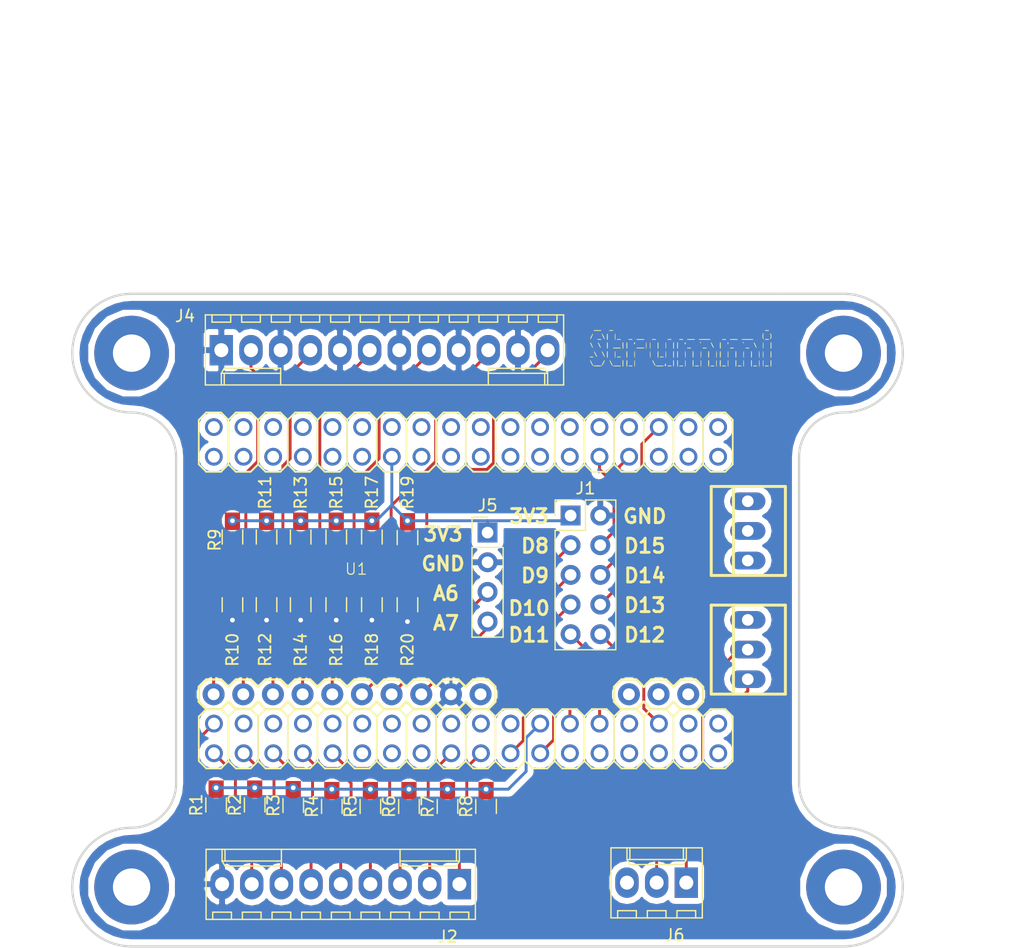
<source format=kicad_pcb>
(kicad_pcb (version 20171130) (host pcbnew "(5.0.0-3-g0214c9d)")
  (layers (0 F.Cu signal) (31 B.Cu signal) (34 B.Paste user) (35 F.Paste user) (36 B.SilkS user) (37 F.SilkS user) (38 B.Mask user) (39 F.Mask user) (44 Edge.Cuts user))
  (net 0 "")
  (net 1 +3V3)
  (net 2 /D15)
  (net 3 /D14)
  (net 4 /D13)
  (net 5 /D12)
  (net 6 /D11)
  (net 7 /D10)
  (net 8 /D9)
  (net 9 /D8)
  (net 10 /Button7)
  (net 11 /Button6)
  (net 12 /Button5)
  (net 13 /Button4)
  (net 14 /Button3)
  (net 15 /Button2)
  (net 16 /Button1)
  (net 17 /Button0)
  (net 18 "Net-(J3-Pad3)")
  (net 19 "Net-(J3-Pad2)")
  (net 20 "Net-(J3-Pad1)")
  (net 21 /Piezo5_B)
  (net 22 GNDA)
  (net 23 /Piezo4_B)
  (net 24 /Piezo3_B)
  (net 25 /Piezo2_B)
  (net 26 /Piezo1_B)
  (net 27 /Piezo0_B)
  (net 28 "Net-(U1-PadAudio_GND)")
  (net 29 /A7)
  (net 30 /A6)
  (net 31 "Net-(J6-Pad2)")
  (net 32 "Net-(J6-Pad1)")
  (module Mounting_Holes:MountingHole_3.2mm_M3_Pad (layer F.Cu) (at 106.68 91.44)
    (fp_text reference REF** hide)
    (fp_text value MountingHole_3.2mm_M3_Pad)
    (pad 1 thru_hole circle (at 0 0) (size 6.4 6.4) (drill 3.2) (layers *.Cu *.Mask))
  )
  (module Mounting_Holes:MountingHole_3.2mm_M3_Pad (layer F.Cu) (at 167.64 91.44)
    (fp_text reference REF** hide)
    (fp_text value MountingHole_3.2mm_M3_Pad)
    (pad 1 thru_hole circle (at 0 0) (size 6.4 6.4) (drill 3.2) (layers *.Cu *.Mask))
  )
  (module Mounting_Holes:MountingHole_3.2mm_M3_Pad (layer F.Cu) (at 167.64 137.16)
    (fp_text reference REF** hide)
    (fp_text value MountingHole_3.2mm_M3_Pad)
    (pad 1 thru_hole circle (at 0 0) (size 6.4 6.4) (drill 3.2) (layers *.Cu *.Mask))
  )
  (module Mounting_Holes:MountingHole_3.2mm_M3_Pad (layer F.Cu) (at 106.68 137.16)
    (fp_text reference REF** hide)
    (fp_text value MountingHole_3.2mm_M3_Pad)
    (pad 1 thru_hole circle (at 0 0) (size 6.4 6.4) (drill 3.2) (layers *.Cu *.Mask))
  )
  (module Connectors_Molex:Molex_KK-6410-09_09x2.54mm_Straight (layer F.Cu) (at 134.747 136.906 180)
    (fp_text reference J2 (at 1 -4.5 180) (layer F.SilkS))
    (fp_text value Conn_01x09_Female)
    (pad 9 thru_hole oval (at 20.32 0 180) (size 2 2.6) (drill 1.2) (layers *.Cu *.Mask) (net 22 GNDA))
    (pad 8 thru_hole oval (at 17.78 0 180) (size 2 2.6) (drill 1.2) (layers *.Cu *.Mask) (net 17 /Button0))
    (pad 7 thru_hole oval (at 15.24 0 180) (size 2 2.6) (drill 1.2) (layers *.Cu *.Mask) (net 16 /Button1))
    (pad 6 thru_hole oval (at 12.7 0 180) (size 2 2.6) (drill 1.2) (layers *.Cu *.Mask) (net 15 /Button2))
    (pad 5 thru_hole oval (at 10.16 0 180) (size 2 2.6) (drill 1.2) (layers *.Cu *.Mask) (net 14 /Button3))
    (pad 4 thru_hole oval (at 7.62 0 180) (size 2 2.6) (drill 1.2) (layers *.Cu *.Mask) (net 13 /Button4))
    (pad 3 thru_hole oval (at 5.08 0 180) (size 2 2.6) (drill 1.2) (layers *.Cu *.Mask) (net 12 /Button5))
    (pad 2 thru_hole oval (at 2.54 0 180) (size 2 2.6) (drill 1.2) (layers *.Cu *.Mask) (net 11 /Button6))
    (pad 1 thru_hole rect (at 0 0 180) (size 2 2.6) (drill 1.2) (layers *.Cu *.Mask) (net 10 /Button7))
  )
  (module Connectors_Molex:Molex_KK-6410-12_12x2.54mm_Straight (layer F.Cu) (at 114.3635 91.186)
    (fp_text reference J4 (at -3.1115 -2.921) (layer F.SilkS))
    (fp_text value Conn_01x12_Female)
    (pad 12 thru_hole oval (at 27.94 0) (size 2 2.6) (drill 1.2) (layers *.Cu *.Mask) (net 21 /Piezo5_B))
    (pad 11 thru_hole oval (at 25.4 0) (size 2 2.6) (drill 1.2) (layers *.Cu *.Mask) (net 22 GNDA))
    (pad 10 thru_hole oval (at 22.86 0) (size 2 2.6) (drill 1.2) (layers *.Cu *.Mask) (net 23 /Piezo4_B))
    (pad 9 thru_hole oval (at 20.32 0) (size 2 2.6) (drill 1.2) (layers *.Cu *.Mask) (net 22 GNDA))
    (pad 8 thru_hole oval (at 17.78 0) (size 2 2.6) (drill 1.2) (layers *.Cu *.Mask) (net 24 /Piezo3_B))
    (pad 7 thru_hole oval (at 15.24 0) (size 2 2.6) (drill 1.2) (layers *.Cu *.Mask) (net 22 GNDA))
    (pad 6 thru_hole oval (at 12.7 0) (size 2 2.6) (drill 1.2) (layers *.Cu *.Mask) (net 25 /Piezo2_B))
    (pad 5 thru_hole oval (at 10.16 0) (size 2 2.6) (drill 1.2) (layers *.Cu *.Mask) (net 22 GNDA))
    (pad 4 thru_hole oval (at 7.62 0) (size 2 2.6) (drill 1.2) (layers *.Cu *.Mask) (net 26 /Piezo1_B))
    (pad 3 thru_hole oval (at 5.08 0) (size 2 2.6) (drill 1.2) (layers *.Cu *.Mask) (net 22 GNDA))
    (pad 2 thru_hole oval (at 2.54 0) (size 2 2.6) (drill 1.2) (layers *.Cu *.Mask) (net 27 /Piezo0_B))
    (pad 1 thru_hole rect (at 0 0) (size 2 2.6) (drill 1.2) (layers *.Cu *.Mask) (net 22 GNDA))
  )
  (module Resistors_SMD:R_0805_HandSoldering (layer F.Cu) (at 113.919 130.128 90)
    (fp_text reference R1 (at 0 -1.7 90) (layer F.SilkS))
    (fp_text value R)
    (pad 2 smd rect (at 1.35 0 90) (size 1.5 1.3) (layers F.Cu F.Paste F.Mask) (net 1 +3V3))
    (pad 1 smd rect (at -1.35 0 90) (size 1.5 1.3) (layers F.Cu F.Paste F.Mask) (net 17 /Button0))
  )
  (module Resistors_SMD:R_0805_HandSoldering (layer F.Cu) (at 117.221 130.128 90)
    (fp_text reference R2 (at 0 -1.7 90) (layer F.SilkS))
    (fp_text value R)
    (pad 1 smd rect (at -1.35 0 90) (size 1.5 1.3) (layers F.Cu F.Paste F.Mask) (net 16 /Button1))
    (pad 2 smd rect (at 1.35 0 90) (size 1.5 1.3) (layers F.Cu F.Paste F.Mask) (net 1 +3V3))
  )
  (module Resistors_SMD:R_0805_HandSoldering (layer F.Cu) (at 120.523 130.175 90)
    (fp_text reference R3 (at 0 -1.7 90) (layer F.SilkS))
    (fp_text value R)
    (pad 2 smd rect (at 1.35 0 90) (size 1.5 1.3) (layers F.Cu F.Paste F.Mask) (net 1 +3V3))
    (pad 1 smd rect (at -1.35 0 90) (size 1.5 1.3) (layers F.Cu F.Paste F.Mask) (net 15 /Button2))
  )
  (module Resistors_SMD:R_0805_HandSoldering (layer F.Cu) (at 123.825 130.255 90)
    (fp_text reference R4 (at 0 -1.7 90) (layer F.SilkS))
    (fp_text value R)
    (pad 1 smd rect (at -1.35 0 90) (size 1.5 1.3) (layers F.Cu F.Paste F.Mask) (net 14 /Button3))
    (pad 2 smd rect (at 1.35 0 90) (size 1.5 1.3) (layers F.Cu F.Paste F.Mask) (net 1 +3V3))
  )
  (module Resistors_SMD:R_0805_HandSoldering (layer F.Cu) (at 127.127 130.255 90)
    (fp_text reference R5 (at 0 -1.7 90) (layer F.SilkS))
    (fp_text value R)
    (pad 2 smd rect (at 1.35 0 90) (size 1.5 1.3) (layers F.Cu F.Paste F.Mask) (net 1 +3V3))
    (pad 1 smd rect (at -1.35 0 90) (size 1.5 1.3) (layers F.Cu F.Paste F.Mask) (net 13 /Button4))
  )
  (module Resistors_SMD:R_0805_HandSoldering (layer F.Cu) (at 130.429 130.255 90)
    (fp_text reference R6 (at 0 -1.7 90) (layer F.SilkS))
    (fp_text value R)
    (pad 1 smd rect (at -1.35 0 90) (size 1.5 1.3) (layers F.Cu F.Paste F.Mask) (net 12 /Button5))
    (pad 2 smd rect (at 1.35 0 90) (size 1.5 1.3) (layers F.Cu F.Paste F.Mask) (net 1 +3V3))
  )
  (module Resistors_SMD:R_0805_HandSoldering (layer F.Cu) (at 133.731 130.255 90)
    (fp_text reference R7 (at 0 -1.7 90) (layer F.SilkS))
    (fp_text value R)
    (pad 2 smd rect (at 1.35 0 90) (size 1.5 1.3) (layers F.Cu F.Paste F.Mask) (net 1 +3V3))
    (pad 1 smd rect (at -1.35 0 90) (size 1.5 1.3) (layers F.Cu F.Paste F.Mask) (net 11 /Button6))
  )
  (module Resistors_SMD:R_0805_HandSoldering (layer F.Cu) (at 137.033 130.255 90)
    (fp_text reference R8 (at 0 -1.7 90) (layer F.SilkS))
    (fp_text value R)
    (pad 1 smd rect (at -1.35 0 90) (size 1.5 1.3) (layers F.Cu F.Paste F.Mask) (net 10 /Button7))
    (pad 2 smd rect (at 1.35 0 90) (size 1.5 1.3) (layers F.Cu F.Paste F.Mask) (net 1 +3V3))
  )
  (module Resistors_SMD:R_0805_HandSoldering (layer F.Cu) (at 115.316 107.188 90)
    (fp_text reference R9 (at -0.254 -1.524 90) (layer F.SilkS))
    (fp_text value R)
    (pad 1 smd rect (at -1.35 0 90) (size 1.5 1.3) (layers F.Cu F.Paste F.Mask) (net 27 /Piezo0_B))
    (pad 2 smd rect (at 1.35 0 90) (size 1.5 1.3) (layers F.Cu F.Paste F.Mask) (net 1 +3V3))
  )
  (module Resistors_SMD:R_0805_HandSoldering (layer F.Cu) (at 115.316 112.983 270)
    (fp_text reference R10 (at 3.857 0 270) (layer F.SilkS))
    (fp_text value R)
    (pad 1 smd rect (at -1.35 0 270) (size 1.5 1.3) (layers F.Cu F.Paste F.Mask) (net 27 /Piezo0_B))
    (pad 2 smd rect (at 1.35 0 270) (size 1.5 1.3) (layers F.Cu F.Paste F.Mask) (net 22 GNDA))
  )
  (module Resistors_SMD:R_0805_HandSoldering (layer F.Cu) (at 118.237 107.188 90)
    (fp_text reference R11 (at 3.81 -0.127 90) (layer F.SilkS))
    (fp_text value R)
    (pad 2 smd rect (at 1.35 0 90) (size 1.5 1.3) (layers F.Cu F.Paste F.Mask) (net 1 +3V3))
    (pad 1 smd rect (at -1.35 0 90) (size 1.5 1.3) (layers F.Cu F.Paste F.Mask) (net 26 /Piezo1_B))
  )
  (module Resistors_SMD:R_0805_HandSoldering (layer F.Cu) (at 118.237 112.983 270)
    (fp_text reference R12 (at 3.857 0.127 270) (layer F.SilkS))
    (fp_text value R)
    (pad 1 smd rect (at -1.35 0 270) (size 1.5 1.3) (layers F.Cu F.Paste F.Mask) (net 26 /Piezo1_B))
    (pad 2 smd rect (at 1.35 0 270) (size 1.5 1.3) (layers F.Cu F.Paste F.Mask) (net 22 GNDA))
  )
  (module Resistors_SMD:R_0805_HandSoldering (layer F.Cu) (at 121.158 107.188 90)
    (fp_text reference R13 (at 3.81 0 90) (layer F.SilkS))
    (fp_text value R)
    (pad 1 smd rect (at -1.35 0 90) (size 1.5 1.3) (layers F.Cu F.Paste F.Mask) (net 25 /Piezo2_B))
    (pad 2 smd rect (at 1.35 0 90) (size 1.5 1.3) (layers F.Cu F.Paste F.Mask) (net 1 +3V3))
  )
  (module Resistors_SMD:R_0805_HandSoldering (layer F.Cu) (at 121.158 112.983 270)
    (fp_text reference R14 (at 3.857 0 270) (layer F.SilkS))
    (fp_text value R)
    (pad 2 smd rect (at 1.35 0 270) (size 1.5 1.3) (layers F.Cu F.Paste F.Mask) (net 22 GNDA))
    (pad 1 smd rect (at -1.35 0 270) (size 1.5 1.3) (layers F.Cu F.Paste F.Mask) (net 25 /Piezo2_B))
  )
  (module Resistors_SMD:R_0805_HandSoldering (layer F.Cu) (at 124.206 107.188 90)
    (fp_text reference R15 (at 3.81 0 90) (layer F.SilkS))
    (fp_text value R)
    (pad 2 smd rect (at 1.35 0 90) (size 1.5 1.3) (layers F.Cu F.Paste F.Mask) (net 1 +3V3))
    (pad 1 smd rect (at -1.35 0 90) (size 1.5 1.3) (layers F.Cu F.Paste F.Mask) (net 24 /Piezo3_B))
  )
  (module Resistors_SMD:R_0805_HandSoldering (layer F.Cu) (at 124.206 112.983 270)
    (fp_text reference R16 (at 3.857 0 270) (layer F.SilkS))
    (fp_text value R)
    (pad 1 smd rect (at -1.35 0 270) (size 1.5 1.3) (layers F.Cu F.Paste F.Mask) (net 24 /Piezo3_B))
    (pad 2 smd rect (at 1.35 0 270) (size 1.5 1.3) (layers F.Cu F.Paste F.Mask) (net 22 GNDA))
  )
  (module Resistors_SMD:R_0805_HandSoldering (layer F.Cu) (at 127.254 107.188 90)
    (fp_text reference R17 (at 3.81 0 90) (layer F.SilkS))
    (fp_text value R)
    (pad 1 smd rect (at -1.35 0 90) (size 1.5 1.3) (layers F.Cu F.Paste F.Mask) (net 23 /Piezo4_B))
    (pad 2 smd rect (at 1.35 0 90) (size 1.5 1.3) (layers F.Cu F.Paste F.Mask) (net 1 +3V3))
  )
  (module Resistors_SMD:R_0805_HandSoldering (layer F.Cu) (at 127.254 112.983 270)
    (fp_text reference R18 (at 3.857 0 270) (layer F.SilkS))
    (fp_text value R)
    (pad 2 smd rect (at 1.35 0 270) (size 1.5 1.3) (layers F.Cu F.Paste F.Mask) (net 22 GNDA))
    (pad 1 smd rect (at -1.35 0 270) (size 1.5 1.3) (layers F.Cu F.Paste F.Mask) (net 23 /Piezo4_B))
  )
  (module Resistors_SMD:R_0805_HandSoldering (layer F.Cu) (at 130.302 107.235 90)
    (fp_text reference R19 (at 3.857 0 90) (layer F.SilkS))
    (fp_text value R)
    (pad 2 smd rect (at 1.35 0 90) (size 1.5 1.3) (layers F.Cu F.Paste F.Mask) (net 1 +3V3))
    (pad 1 smd rect (at -1.35 0 90) (size 1.5 1.3) (layers F.Cu F.Paste F.Mask) (net 21 /Piezo5_B))
  )
  (module Resistors_SMD:R_0805_HandSoldering (layer F.Cu) (at 130.302 112.983 270)
    (fp_text reference R20 (at 3.857 0 90) (layer F.SilkS))
    (fp_text value R)
    (pad 1 smd rect (at -1.35 0 270) (size 1.5 1.3) (layers F.Cu F.Paste F.Mask) (net 21 /Piezo5_B))
    (pad 2 smd rect (at 1.35 0 270) (size 1.5 1.3) (layers F.Cu F.Paste F.Mask) (net 22 GNDA))
  )
  (module BelaMini:BelaMini_headers_reverse (layer F.Cu) (at 135.293101 111.76)
    (fp_text reference U1 (at -10.414 -1.27 180) (layer F.SilkS) (effects (font (size 0.9652 0.9652) (thickness 0.09652)) (justify left bottom)))
    (fp_text value BelaMini_headers)
    (pad Audio_GND thru_hole oval (at 24.147923 2.522076 180) (size 3.016 1.508) (drill 1) (layers *.Cu *.Mask) (net 28 "Net-(U1-PadAudio_GND)"))
    (pad Audio_Out_L thru_hole oval (at 24.147923 5.062076 180) (size 3.016 1.508) (drill 1) (layers *.Cu *.Mask) (net 31 "Net-(J6-Pad2)"))
    (pad Audio_Out_R thru_hole oval (at 24.147923 7.602076 180) (size 3.016 1.508) (drill 1) (layers *.Cu *.Mask) (net 32 "Net-(J6-Pad1)"))
    (pad Audio_GND thru_hole oval (at 24.147923 -7.637924 180) (size 3.016 1.508) (drill 1) (layers *.Cu *.Mask) (net 28 "Net-(U1-PadAudio_GND)"))
    (pad Audio_In_L thru_hole oval (at 24.147923 -5.097924 180) (size 3.016 1.508) (drill 1) (layers *.Cu *.Mask))
    (pad Audio_In_R thru_hole oval (at 24.147923 -2.557924 180) (size 3.016 1.508) (drill 1) (layers *.Cu *.Mask))
    (pad Line_GND thru_hole circle (at 19.05 8.89 90) (size 1.8796 1.8796) (drill 1.016) (layers *.Cu *.Mask) (net 20 "Net-(J3-Pad1)"))
    (pad Line_L thru_hole circle (at 16.51 8.89 90) (size 1.8796 1.8796) (drill 1.016) (layers *.Cu *.Mask) (net 19 "Net-(J3-Pad2)"))
    (pad Line_R thru_hole circle (at 13.97 8.89 90) (size 1.8796 1.8796) (drill 1.016) (layers *.Cu *.Mask) (net 18 "Net-(J3-Pad3)"))
    (pad P1_16 thru_hole circle (at -3.791403 -11.448597) (size 1.524 1.524) (drill 1.016) (layers *.Cu *.Mask))
    (pad P1_15 thru_hole circle (at -3.791403 -13.988597) (size 1.524 1.524) (drill 1.016) (layers *.Cu *.Mask))
    (pad P1_10 thru_hole circle (at -11.411403 -11.448597) (size 1.524 1.524) (drill 1.016) (layers *.Cu *.Mask))
    (pad P1_09 thru_hole circle (at -11.411403 -13.988597) (size 1.524 1.524) (drill 1.016) (layers *.Cu *.Mask))
    (pad P1_05 thru_hole circle (at -16.491403 -13.988597) (size 1.524 1.524) (drill 1.016) (layers *.Cu *.Mask))
    (pad P1_04 thru_hole circle (at -19.031403 -11.448597) (size 1.524 1.524) (drill 1.016) (layers *.Cu *.Mask))
    (pad P1_08 thru_hole circle (at -13.951403 -11.448597) (size 1.524 1.524) (drill 1.016) (layers *.Cu *.Mask))
    (pad P1_07 thru_hole circle (at -13.951403 -13.988597) (size 1.524 1.524) (drill 1.016) (layers *.Cu *.Mask))
    (pad P1_06 thru_hole circle (at -16.491403 -11.448597) (size 1.524 1.524) (drill 1.016) (layers *.Cu *.Mask))
    (pad P1_03 thru_hole circle (at -19.031403 -13.988597) (size 1.524 1.524) (drill 1.016) (layers *.Cu *.Mask))
    (pad P1_02 thru_hole circle (at -21.571403 -11.448597) (size 1.524 1.524) (drill 1.016) (layers *.Cu *.Mask))
    (pad P1_01 thru_hole circle (at -21.571403 -13.988597) (size 1.524 1.524) (drill 1.016) (layers *.Cu *.Mask))
    (pad P1_19 thru_hole circle (at 1.288597 -13.988597) (size 1.524 1.524) (drill 1.016) (layers *.Cu *.Mask))
    (pad P1_18 thru_hole circle (at -1.251403 -11.448597) (size 1.524 1.524) (drill 1.016) (layers *.Cu *.Mask))
    (pad P1_17 thru_hole circle (at -1.251403 -13.988597) (size 1.524 1.524) (drill 1.016) (layers *.Cu *.Mask))
    (pad P1_22 thru_hole circle (at 3.828597 -11.448597) (size 1.524 1.524) (drill 1.016) (layers *.Cu *.Mask))
    (pad P1_21 thru_hole circle (at 3.828597 -13.988597) (size 1.524 1.524) (drill 1.016) (layers *.Cu *.Mask))
    (pad P1_20 thru_hole circle (at 1.288597 -11.448597) (size 1.524 1.524) (drill 1.016) (layers *.Cu *.Mask))
    (pad P1_36 thru_hole circle (at 21.608597 -11.448597) (size 1.524 1.524) (drill 1.016) (layers *.Cu *.Mask))
    (pad P1_35 thru_hole circle (at 21.608597 -13.988597) (size 1.524 1.524) (drill 1.016) (layers *.Cu *.Mask))
    (pad P1_34 thru_hole circle (at 19.068597 -11.448597) (size 1.524 1.524) (drill 1.016) (layers *.Cu *.Mask))
    (pad P1_26 thru_hole circle (at 8.908597 -11.448597) (size 1.524 1.524) (drill 1.016) (layers *.Cu *.Mask))
    (pad P1_25 thru_hole circle (at 8.908597 -13.988597) (size 1.524 1.524) (drill 1.016) (layers *.Cu *.Mask))
    (pad P1_24 thru_hole circle (at 6.368597 -11.448597) (size 1.524 1.524) (drill 1.016) (layers *.Cu *.Mask))
    (pad P1_23 thru_hole circle (at 6.368597 -13.988597) (size 1.524 1.524) (drill 1.016) (layers *.Cu *.Mask))
    (pad P1_29 thru_hole circle (at 13.988597 -13.988597) (size 1.524 1.524) (drill 1.016) (layers *.Cu *.Mask))
    (pad P1_28 thru_hole circle (at 11.448597 -11.448597) (size 1.524 1.524) (drill 1.016) (layers *.Cu *.Mask) (net 2 /D15))
    (pad P1_27 thru_hole circle (at 11.448597 -13.988597) (size 1.524 1.524) (drill 1.016) (layers *.Cu *.Mask))
    (pad P1_14 thru_hole circle (at -6.331403 -11.448597) (size 1.524 1.524) (drill 1.016) (layers *.Cu *.Mask) (net 1 +3V3))
    (pad P1_13 thru_hole circle (at -6.331403 -13.988597) (size 1.524 1.524) (drill 1.016) (layers *.Cu *.Mask))
    (pad P1_12 thru_hole circle (at -8.871403 -11.448597) (size 1.524 1.524) (drill 1.016) (layers *.Cu *.Mask))
    (pad P1_11 thru_hole circle (at -8.871403 -13.988597) (size 1.524 1.524) (drill 1.016) (layers *.Cu *.Mask))
    (pad P1_33 thru_hole circle (at 19.068597 -13.988597) (size 1.524 1.524) (drill 1.016) (layers *.Cu *.Mask))
    (pad P1_32 thru_hole circle (at 16.528597 -11.448597) (size 1.524 1.524) (drill 1.016) (layers *.Cu *.Mask))
    (pad P1_31 thru_hole circle (at 16.528597 -13.988597) (size 1.524 1.524) (drill 1.016) (layers *.Cu *.Mask) (net 4 /D13))
    (pad P1_30 thru_hole circle (at 13.988597 -11.448597) (size 1.524 1.524) (drill 1.016) (layers *.Cu *.Mask) (net 3 /D14))
    (pad A_REF thru_hole circle (at 1.27 8.89 90) (size 1.8796 1.8796) (drill 1.016) (layers *.Cu *.Mask))
    (pad A_GND thru_hole circle (at -1.27 8.89 90) (size 1.8796 1.8796) (drill 1.016) (layers *.Cu *.Mask) (net 22 GNDA))
    (pad A7 thru_hole circle (at -3.81 8.89 90) (size 1.8796 1.8796) (drill 1.016) (layers *.Cu *.Mask) (net 29 /A7))
    (pad A6 thru_hole circle (at -6.35 8.89 90) (size 1.8796 1.8796) (drill 1.016) (layers *.Cu *.Mask) (net 30 /A6))
    (pad A5 thru_hole circle (at -8.89 8.89 90) (size 1.8796 1.8796) (drill 1.016) (layers *.Cu *.Mask) (net 21 /Piezo5_B))
    (pad A4 thru_hole circle (at -11.43 8.89 90) (size 1.8796 1.8796) (drill 1.016) (layers *.Cu *.Mask) (net 23 /Piezo4_B))
    (pad A3 thru_hole circle (at -13.97 8.89 90) (size 1.8796 1.8796) (drill 1.016) (layers *.Cu *.Mask) (net 24 /Piezo3_B))
    (pad A2 thru_hole circle (at -16.51 8.89 90) (size 1.8796 1.8796) (drill 1.016) (layers *.Cu *.Mask) (net 25 /Piezo2_B))
    (pad A1 thru_hole circle (at -19.05 8.89 90) (size 1.8796 1.8796) (drill 1.016) (layers *.Cu *.Mask) (net 26 /Piezo1_B))
    (pad A0 thru_hole circle (at -21.59 8.89 90) (size 1.8796 1.8796) (drill 1.016) (layers *.Cu *.Mask) (net 27 /Piezo0_B))
    (pad P2_36 thru_hole circle (at 21.619178 13.940823) (size 1.524 1.524) (drill 1.016) (layers *.Cu *.Mask))
    (pad P2_35 thru_hole circle (at 21.619178 11.400823) (size 1.524 1.524) (drill 1.016) (layers *.Cu *.Mask))
    (pad P2_34 thru_hole circle (at 19.079178 13.940823) (size 1.524 1.524) (drill 1.016) (layers *.Cu *.Mask))
    (pad P2_33 thru_hole circle (at 19.079178 11.400823) (size 1.524 1.524) (drill 1.016) (layers *.Cu *.Mask))
    (pad P2_32 thru_hole circle (at 16.539178 13.940823) (size 1.524 1.524) (drill 1.016) (layers *.Cu *.Mask))
    (pad P2_31 thru_hole circle (at 16.539178 11.400823) (size 1.524 1.524) (drill 1.016) (layers *.Cu *.Mask) (net 5 /D12))
    (pad P2_30 thru_hole circle (at 13.999178 13.940823) (size 1.524 1.524) (drill 1.016) (layers *.Cu *.Mask))
    (pad P2_29 thru_hole circle (at 13.999178 11.400823) (size 1.524 1.524) (drill 1.016) (layers *.Cu *.Mask))
    (pad P2_28 thru_hole circle (at 11.459178 13.940823) (size 1.524 1.524) (drill 1.016) (layers *.Cu *.Mask))
    (pad P2_27 thru_hole circle (at 11.459178 11.400823) (size 1.524 1.524) (drill 1.016) (layers *.Cu *.Mask) (net 6 /D11))
    (pad P2_26 thru_hole circle (at 8.919178 13.940823) (size 1.524 1.524) (drill 1.016) (layers *.Cu *.Mask))
    (pad P2_25 thru_hole circle (at 8.919178 11.400823) (size 1.524 1.524) (drill 1.016) (layers *.Cu *.Mask) (net 7 /D10))
    (pad P2_24 thru_hole circle (at 6.379178 13.940823) (size 1.524 1.524) (drill 1.016) (layers *.Cu *.Mask) (net 8 /D9))
    (pad P2_23 thru_hole circle (at 6.379178 11.400823) (size 1.524 1.524) (drill 1.016) (layers *.Cu *.Mask) (net 1 +3V3))
    (pad P2_22 thru_hole circle (at 3.839178 13.940823) (size 1.524 1.524) (drill 1.016) (layers *.Cu *.Mask) (net 9 /D8))
    (pad P2_21 thru_hole circle (at 3.839178 11.400823) (size 1.524 1.524) (drill 1.016) (layers *.Cu *.Mask))
    (pad P2_20 thru_hole circle (at 1.299178 13.940823) (size 1.524 1.524) (drill 1.016) (layers *.Cu *.Mask) (net 10 /Button7))
    (pad P2_19 thru_hole circle (at 1.299178 11.400823) (size 1.524 1.524) (drill 1.016) (layers *.Cu *.Mask))
    (pad P2_18 thru_hole circle (at -1.240822 13.940823) (size 1.524 1.524) (drill 1.016) (layers *.Cu *.Mask) (net 11 /Button6))
    (pad P2_17 thru_hole circle (at -1.240822 11.400823) (size 1.524 1.524) (drill 1.016) (layers *.Cu *.Mask))
    (pad P2_16 thru_hole circle (at -3.780822 13.940823) (size 1.524 1.524) (drill 1.016) (layers *.Cu *.Mask))
    (pad P2_15 thru_hole circle (at -3.780822 11.400823) (size 1.524 1.524) (drill 1.016) (layers *.Cu *.Mask))
    (pad P2_14 thru_hole circle (at -6.320822 13.940823) (size 1.524 1.524) (drill 1.016) (layers *.Cu *.Mask))
    (pad P2_13 thru_hole circle (at -6.320822 11.400823) (size 1.524 1.524) (drill 1.016) (layers *.Cu *.Mask))
    (pad P2_12 thru_hole circle (at -8.860822 13.940823) (size 1.524 1.524) (drill 1.016) (layers *.Cu *.Mask))
    (pad P2_11 thru_hole circle (at -8.860822 11.400823) (size 1.524 1.524) (drill 1.016) (layers *.Cu *.Mask))
    (pad P2_10 thru_hole circle (at -11.400822 13.940823) (size 1.524 1.524) (drill 1.016) (layers *.Cu *.Mask) (net 12 /Button5))
    (pad P2_09 thru_hole circle (at -11.400822 11.400823) (size 1.524 1.524) (drill 1.016) (layers *.Cu *.Mask))
    (pad P2_08 thru_hole circle (at -13.940822 13.940823) (size 1.524 1.524) (drill 1.016) (layers *.Cu *.Mask) (net 13 /Button4))
    (pad P2_07 thru_hole circle (at -13.940822 11.400823) (size 1.524 1.524) (drill 1.016) (layers *.Cu *.Mask))
    (pad P2_06 thru_hole circle (at -16.480822 13.940823) (size 1.524 1.524) (drill 1.016) (layers *.Cu *.Mask) (net 14 /Button3))
    (pad P2_05 thru_hole circle (at -16.480822 11.400823) (size 1.524 1.524) (drill 1.016) (layers *.Cu *.Mask))
    (pad P2_04 thru_hole circle (at -19.020822 13.940823) (size 1.524 1.524) (drill 1.016) (layers *.Cu *.Mask) (net 15 /Button2))
    (pad P2_03 thru_hole circle (at -19.020822 11.400823) (size 1.524 1.524) (drill 1.016) (layers *.Cu *.Mask))
    (pad P2_02 thru_hole circle (at -21.560822 13.940823) (size 1.524 1.524) (drill 1.016) (layers *.Cu *.Mask) (net 16 /Button1))
    (pad P2_01 thru_hole circle (at -21.560822 11.400823) (size 1.524 1.524) (drill 1.016) (layers *.Cu *.Mask) (net 17 /Button0))
  )
  (module Pin_Headers:Pin_Header_Straight_2x05_Pitch2.54mm (layer F.Cu) (at 144.272 105.3465)
    (fp_text reference J1 (at 1.27 -2.33) (layer F.SilkS))
    (fp_text value Conn_01x10_Female)
    (pad 10 thru_hole oval (at 2.54 10.16) (size 1.7 1.7) (drill 1) (layers *.Cu *.Mask) (net 5 /D12))
    (pad 9 thru_hole oval (at 0 10.16) (size 1.7 1.7) (drill 1) (layers *.Cu *.Mask) (net 6 /D11))
    (pad 8 thru_hole oval (at 2.54 7.62) (size 1.7 1.7) (drill 1) (layers *.Cu *.Mask) (net 4 /D13))
    (pad 7 thru_hole oval (at 0 7.62) (size 1.7 1.7) (drill 1) (layers *.Cu *.Mask) (net 7 /D10))
    (pad 6 thru_hole oval (at 2.54 5.08) (size 1.7 1.7) (drill 1) (layers *.Cu *.Mask) (net 3 /D14))
    (pad 5 thru_hole oval (at 0 5.08) (size 1.7 1.7) (drill 1) (layers *.Cu *.Mask) (net 8 /D9))
    (pad 4 thru_hole oval (at 2.54 2.54) (size 1.7 1.7) (drill 1) (layers *.Cu *.Mask) (net 2 /D15))
    (pad 3 thru_hole oval (at 0 2.54) (size 1.7 1.7) (drill 1) (layers *.Cu *.Mask) (net 9 /D8))
    (pad 2 thru_hole oval (at 2.54 0) (size 1.7 1.7) (drill 1) (layers *.Cu *.Mask) (net 22 GNDA))
    (pad 1 thru_hole rect (at 0 0) (size 1.7 1.7) (drill 1) (layers *.Cu *.Mask) (net 1 +3V3))
  )
  (module Pin_Headers:Pin_Header_Straight_1x04_Pitch2.54mm (layer F.Cu) (at 137.16 106.807)
    (fp_text reference J5 (at 0 -2.33) (layer F.SilkS))
    (fp_text value Conn_01x04_Female)
    (pad 4 thru_hole oval (at 0 7.62) (size 1.7 1.7) (drill 1) (layers *.Cu *.Mask) (net 29 /A7))
    (pad 3 thru_hole oval (at 0 5.08) (size 1.7 1.7) (drill 1) (layers *.Cu *.Mask) (net 30 /A6))
    (pad 2 thru_hole oval (at 0 2.54) (size 1.7 1.7) (drill 1) (layers *.Cu *.Mask) (net 22 GNDA))
    (pad 1 thru_hole rect (at 0 0) (size 1.7 1.7) (drill 1) (layers *.Cu *.Mask) (net 1 +3V3))
  )
  (module Connectors_Molex:Molex_KK-6410-03_03x2.54mm_Straight (layer F.Cu) (at 154.178 136.779 180)
    (fp_text reference J6 (at 1 -4.5 180) (layer F.SilkS))
    (fp_text value Conn_01x03_Female)
    (pad 3 thru_hole oval (at 5.08 0 180) (size 2 2.6) (drill 1.2) (layers *.Cu *.Mask))
    (pad 2 thru_hole oval (at 2.54 0 180) (size 2 2.6) (drill 1.2) (layers *.Cu *.Mask) (net 31 "Net-(J6-Pad2)"))
    (pad 1 thru_hole rect (at 0 0 180) (size 2 2.6) (drill 1.2) (layers *.Cu *.Mask) (net 32 "Net-(J6-Pad1)"))
  )
  (module BelaMini:StrummiLogo (layer F.Cu) (at 153.924 91.313)
    (fp_text reference G*** hide)
    (fp_text value LOGO hide)
  )
  (gr_line (start 163.83 100.33) (end 163.83 128.27) (layer Edge.Cuts) (width 0.2))
  (gr_arc (start 167.64 137.16) (end 167.64 132.08) (angle 90) (layer Edge.Cuts) (width 0.2))
  (gr_arc (start 167.64 128.27) (end 167.64 132.08) (angle 90) (layer Edge.Cuts) (width 0.2))
  (gr_text 3V3 (at 140.716 105.41) (layer F.SilkS) (effects (font (size 1.2 1.2) (thickness 0.25))))
  (gr_text 3V3 (at 133.35 106.934) (layer F.SilkS) (effects (font (size 1.2 1.2) (thickness 0.25))))
  (gr_text "GND\n" (at 150.622 105.41) (layer F.SilkS) (effects (font (size 1.2 1.2) (thickness 0.25))))
  (gr_text "GND\n" (at 133.35 109.474) (layer F.SilkS) (effects (font (size 1.2 1.2) (thickness 0.25))))
  (gr_text D13 (at 150.622 113.03) (layer F.SilkS) (effects (font (size 1.2 1.2) (thickness 0.25))))
  (gr_text D14 (at 150.622 110.49) (layer F.SilkS) (effects (font (size 1.2 1.2) (thickness 0.25))))
  (gr_text D15 (at 150.622 107.95) (layer F.SilkS) (effects (font (size 1.2 1.2) (thickness 0.25))))
  (gr_text D12 (at 150.622 115.57) (layer F.SilkS) (effects (font (size 1.2 1.2) (thickness 0.25))))
  (gr_text D11 (at 140.716 115.57) (layer F.SilkS) (effects (font (size 1.2 1.2) (thickness 0.25))))
  (gr_text D10 (at 140.716 113.284) (layer F.SilkS) (effects (font (size 1.2 1.2) (thickness 0.25))))
  (gr_text A7 (at 133.604 114.554) (layer F.SilkS) (effects (font (size 1.2 1.2) (thickness 0.25))))
  (gr_text A6 (at 133.604 112.014) (layer F.SilkS) (effects (font (size 1.2 1.2) (thickness 0.25))))
  (gr_text D8 (at 141.224 107.95) (layer F.SilkS) (effects (font (size 1.2 1.2) (thickness 0.25))))
  (gr_text D9 (at 141.224 110.49) (layer F.SilkS) (effects (font (size 1.2 1.2) (thickness 0.25))))
  (gr_line (start 167.64 86.36) (end 162.56 86.36) (layer Edge.Cuts) (width 0.2))
  (gr_line (start 162.56 142.24) (end 167.64 142.24) (layer Edge.Cuts) (width 0.2))
  (gr_arc (start 167.64 100.33) (end 167.64 96.52) (angle -90) (layer Edge.Cuts) (width 0.2))
  (gr_line (start 110.49 100.33) (end 110.49 128.27) (layer Edge.Cuts) (width 0.2))
  (gr_arc (start 106.68 128.27) (end 106.68 132.08) (angle -90) (layer Edge.Cuts) (width 0.2))
  (gr_arc (start 106.68 100.33) (end 110.49 100.33) (angle -90) (layer Edge.Cuts) (width 0.2))
  (gr_arc (start 167.64 91.44) (end 167.64 96.52) (angle -90) (layer Edge.Cuts) (width 0.2))
  (gr_arc (start 106.68 137.16) (end 106.68 132.08) (angle -90) (layer Edge.Cuts) (width 0.2))
  (gr_arc (start 106.68 91.44) (end 101.6 91.44) (angle -90) (layer Edge.Cuts) (width 0.2))
  (gr_line (start 106.68 142.24) (end 162.56 142.24) (layer Edge.Cuts) (width 0.2))
  (gr_line (start 106.68 86.36) (end 162.56 86.36) (layer Edge.Cuts) (width 0.2))
  (gr_arc (start 167.64 137.16) (end 167.64 142.24) (angle -90) (layer Edge.Cuts) (width 0.2))
  (gr_arc (start 106.68 137.16) (end 101.6 137.16) (angle -90) (layer Edge.Cuts) (width 0.2))
  (gr_arc (start 106.68 91.44) (end 106.68 86.36) (angle -90) (layer Edge.Cuts) (width 0.2))
  (gr_arc (start 167.64 91.44) (end 172.72 91.44) (angle -90) (layer Edge.Cuts) (width 0.2))
  (segment (start 146.685 101.6) (end 146.685 101.398404) (width 0.25) (layer B.Cu) (net 0))
  (via (at 133.731 128.778) (size 0.8) (drill 0.4) (layers F.Cu B.Cu) (net 1))
  (via (at 137.033 128.778) (size 0.8) (drill 0.4) (layers F.Cu B.Cu) (net 1))
  (via (at 130.429 128.778) (size 0.8) (drill 0.4) (layers F.Cu B.Cu) (net 1))
  (via (at 127.127 128.778) (size 0.8) (drill 0.4) (layers F.Cu B.Cu) (net 1))
  (via (at 123.825 128.778) (size 0.8) (drill 0.4) (layers F.Cu B.Cu) (net 1))
  (via (at 120.523 128.651) (size 0.8) (drill 0.4) (layers F.Cu B.Cu) (net 1))
  (via (at 117.221 128.651) (size 0.8) (drill 0.4) (layers F.Cu B.Cu) (net 1))
  (via (at 113.919 128.651) (size 0.8) (drill 0.4) (layers F.Cu B.Cu) (net 1))
  (via (at 115.316 105.791) (size 0.8) (drill 0.4) (layers F.Cu B.Cu) (net 1))
  (via (at 118.237 105.791) (size 0.8) (drill 0.4) (layers F.Cu B.Cu) (net 1))
  (via (at 121.158 105.791) (size 0.8) (drill 0.4) (layers F.Cu B.Cu) (net 1))
  (via (at 124.206 105.791) (size 0.8) (drill 0.4) (layers F.Cu B.Cu) (net 1))
  (via (at 127.254 105.791) (size 0.8) (drill 0.4) (layers F.Cu B.Cu) (net 1))
  (via (at 130.302 105.791) (size 0.8) (drill 0.4) (layers F.Cu B.Cu) (net 1))
  (segment (start 128.961698 104.450698) (end 130.302 105.791) (width 0.25) (layer B.Cu) (net 1))
  (segment (start 128.961698 100.311403) (end 128.961698 104.450698) (width 0.25) (layer B.Cu) (net 1))
  (segment (start 127.621396 105.791) (end 128.961698 104.450698) (width 0.25) (layer B.Cu) (net 1))
  (segment (start 115.316 105.791) (end 127.621396 105.791) (width 0.25) (layer B.Cu) (net 1))
  (segment (start 133.731 128.778) (end 130.429 128.778) (width 0.25) (layer B.Cu) (net 1))
  (segment (start 130.429 128.778) (end 127.127 128.778) (width 0.25) (layer B.Cu) (net 1))
  (segment (start 126.561315 128.778) (end 123.825 128.778) (width 0.25) (layer B.Cu) (net 1))
  (segment (start 127.127 128.778) (end 126.561315 128.778) (width 0.25) (layer B.Cu) (net 1))
  (segment (start 120.65 128.778) (end 120.523 128.651) (width 0.25) (layer B.Cu) (net 1))
  (segment (start 123.825 128.778) (end 120.65 128.778) (width 0.25) (layer B.Cu) (net 1))
  (segment (start 119.957315 128.651) (end 117.221 128.651) (width 0.25) (layer B.Cu) (net 1))
  (segment (start 120.523 128.651) (end 119.957315 128.651) (width 0.25) (layer B.Cu) (net 1))
  (segment (start 116.655315 128.651) (end 113.919 128.651) (width 0.25) (layer B.Cu) (net 1))
  (segment (start 117.221 128.651) (end 116.655315 128.651) (width 0.25) (layer B.Cu) (net 1))
  (segment (start 136.398 128.778) (end 133.731 128.778) (width 0.25) (layer B.Cu) (net 1))
  (segment (start 137.033 128.778) (end 136.398 128.778) (width 0.25) (layer B.Cu) (net 1))
  (segment (start 140.462 127.254) (end 140.462 124.371102) (width 0.25) (layer B.Cu) (net 1))
  (segment (start 140.462 124.371102) (end 141.672279 123.160823) (width 0.25) (layer B.Cu) (net 1))
  (segment (start 138.938 128.778) (end 140.462 127.254) (width 0.25) (layer B.Cu) (net 1))
  (segment (start 136.398 128.778) (end 138.938 128.778) (width 0.25) (layer B.Cu) (net 1))
  (segment (start 143.8275 105.791) (end 144.272 105.3465) (width 0.25) (layer B.Cu) (net 1))
  (segment (start 139.192 105.791) (end 143.8275 105.791) (width 0.25) (layer B.Cu) (net 1))
  (segment (start 137.16 106.807) (end 137.16 105.791) (width 0.25) (layer B.Cu) (net 1))
  (segment (start 137.16 105.791) (end 139.192 105.791) (width 0.25) (layer B.Cu) (net 1))
  (segment (start 130.302 105.791) (end 137.16 105.791) (width 0.25) (layer B.Cu) (net 1))
  (segment (start 147.661999 107.036501) (end 146.812 107.8865) (width 0.25) (layer F.Cu) (net 2))
  (segment (start 147.987001 106.711499) (end 147.661999 107.036501) (width 0.25) (layer F.Cu) (net 2))
  (segment (start 147.987001 102.634336) (end 147.987001 106.711499) (width 0.25) (layer F.Cu) (net 2))
  (segment (start 146.741698 101.389033) (end 147.987001 102.634336) (width 0.25) (layer F.Cu) (net 2))
  (segment (start 146.741698 100.311403) (end 146.741698 101.389033) (width 0.25) (layer F.Cu) (net 2))
  (segment (start 147.661999 109.576501) (end 146.812 110.4265) (width 0.25) (layer F.Cu) (net 3))
  (segment (start 148.437011 108.801489) (end 147.661999 109.576501) (width 0.25) (layer F.Cu) (net 3))
  (segment (start 148.437011 101.15609) (end 148.437011 108.801489) (width 0.25) (layer F.Cu) (net 3))
  (segment (start 149.281698 100.311403) (end 148.437011 101.15609) (width 0.25) (layer F.Cu) (net 3))
  (segment (start 150.368699 99.224402) (end 150.368699 101.535801) (width 0.25) (layer F.Cu) (net 4))
  (segment (start 151.821698 97.771403) (end 150.368699 99.224402) (width 0.25) (layer F.Cu) (net 4))
  (segment (start 148.887021 110.891479) (end 147.661999 112.116501) (width 0.25) (layer F.Cu) (net 4))
  (segment (start 147.661999 112.116501) (end 146.812 112.9665) (width 0.25) (layer F.Cu) (net 4))
  (segment (start 148.887021 103.017479) (end 148.887021 110.891479) (width 0.25) (layer F.Cu) (net 4))
  (segment (start 150.368699 101.535801) (end 148.887021 103.017479) (width 0.25) (layer F.Cu) (net 4))
  (segment (start 150.5383 119.2328) (end 146.812 115.5065) (width 0.25) (layer F.Cu) (net 5))
  (segment (start 150.5383 121.866844) (end 150.5383 119.2328) (width 0.25) (layer F.Cu) (net 5))
  (segment (start 151.832279 123.160823) (end 150.5383 121.866844) (width 0.25) (layer F.Cu) (net 5))
  (segment (start 146.752279 117.986779) (end 144.272 115.5065) (width 0.25) (layer F.Cu) (net 6))
  (segment (start 146.752279 123.160823) (end 146.752279 117.986779) (width 0.25) (layer F.Cu) (net 6))
  (segment (start 142.748 116.6495) (end 142.748 114.4905) (width 0.25) (layer F.Cu) (net 7))
  (segment (start 144.212279 118.113779) (end 142.748 116.6495) (width 0.25) (layer F.Cu) (net 7))
  (segment (start 144.212279 123.160823) (end 144.212279 118.113779) (width 0.25) (layer F.Cu) (net 7))
  (segment (start 144.272 112.9665) (end 142.748 114.4905) (width 0.25) (layer F.Cu) (net 7))
  (segment (start 142.75928 124.613822) (end 141.672279 125.700823) (width 0.25) (layer F.Cu) (net 8))
  (segment (start 142.8115 117.475) (end 142.8115 124.561602) (width 0.25) (layer F.Cu) (net 8))
  (segment (start 142.29799 116.96149) (end 142.8115 117.475) (width 0.25) (layer F.Cu) (net 8))
  (segment (start 142.29799 112.40051) (end 142.29799 116.96149) (width 0.25) (layer F.Cu) (net 8))
  (segment (start 142.8115 124.561602) (end 142.75928 124.613822) (width 0.25) (layer F.Cu) (net 8))
  (segment (start 144.272 110.4265) (end 142.29799 112.40051) (width 0.25) (layer F.Cu) (net 8))
  (segment (start 141.732 110.4265) (end 141.732 121.158) (width 0.25) (layer F.Cu) (net 9))
  (segment (start 144.272 107.8865) (end 141.732 110.4265) (width 0.25) (layer F.Cu) (net 9))
  (segment (start 139.894278 124.938824) (end 139.132279 125.700823) (width 0.25) (layer F.Cu) (net 9))
  (segment (start 140.21928 124.613822) (end 139.894278 124.938824) (width 0.25) (layer F.Cu) (net 9))
  (segment (start 140.21928 122.67072) (end 140.21928 124.613822) (width 0.25) (layer F.Cu) (net 9))
  (segment (start 141.732 121.158) (end 140.21928 122.67072) (width 0.25) (layer F.Cu) (net 9))
  (segment (start 137.033 131.505) (end 135.382 129.854) (width 0.25) (layer F.Cu) (net 10))
  (segment (start 137.033 131.605) (end 137.033 131.505) (width 0.25) (layer F.Cu) (net 10))
  (segment (start 135.382 126.911102) (end 136.592279 125.700823) (width 0.25) (layer F.Cu) (net 10))
  (segment (start 134.747 133.858) (end 137 131.605) (width 0.25) (layer F.Cu) (net 10))
  (segment (start 137 131.605) (end 137.033 131.605) (width 0.25) (layer F.Cu) (net 10))
  (segment (start 134.747 136.906) (end 134.747 133.858) (width 0.25) (layer F.Cu) (net 10))
  (segment (start 135.382 126.911102) (end 135.382 129.854) (width 0.25) (layer F.Cu) (net 10))
  (segment (start 133.731 131.605) (end 133.731 131.699) (width 0.25) (layer F.Cu) (net 11))
  (segment (start 133.731 131.699) (end 132.207 133.223) (width 0.25) (layer F.Cu) (net 11))
  (segment (start 133.731 131.505) (end 132.08 129.854) (width 0.25) (layer F.Cu) (net 11))
  (segment (start 133.731 131.605) (end 133.731 131.505) (width 0.25) (layer F.Cu) (net 11))
  (segment (start 132.08 127.673102) (end 134.052279 125.700823) (width 0.25) (layer F.Cu) (net 11))
  (segment (start 132.207 133.223) (end 132.207 136.906) (width 0.25) (layer F.Cu) (net 11))
  (segment (start 132.08 127.673102) (end 132.08 129.854) (width 0.25) (layer F.Cu) (net 11))
  (segment (start 130.429 131.705) (end 129.667 132.467) (width 0.25) (layer F.Cu) (net 12))
  (segment (start 130.429 131.605) (end 130.429 131.705) (width 0.25) (layer F.Cu) (net 12))
  (segment (start 129.529 131.605) (end 128.778 130.854) (width 0.25) (layer F.Cu) (net 12))
  (segment (start 130.429 131.605) (end 129.529 131.605) (width 0.25) (layer F.Cu) (net 12))
  (segment (start 128.778 128.016) (end 127.762 127) (width 0.25) (layer F.Cu) (net 12))
  (segment (start 125.191456 127) (end 123.892279 125.700823) (width 0.25) (layer F.Cu) (net 12))
  (segment (start 127.762 127) (end 125.191456 127) (width 0.25) (layer F.Cu) (net 12))
  (segment (start 129.667 132.467) (end 129.667 136.906) (width 0.25) (layer F.Cu) (net 12))
  (segment (start 128.778 128.016) (end 128.778 130.854) (width 0.25) (layer F.Cu) (net 12))
  (segment (start 122.651456 127) (end 121.352279 125.700823) (width 0.25) (layer F.Cu) (net 13))
  (segment (start 124.206 127) (end 122.651456 127) (width 0.25) (layer F.Cu) (net 13))
  (segment (start 125.476 128.27) (end 124.206 127) (width 0.25) (layer F.Cu) (net 13))
  (segment (start 127.127 131.505) (end 125.476 129.854) (width 0.25) (layer F.Cu) (net 13))
  (segment (start 127.127 131.605) (end 127.127 131.505) (width 0.25) (layer F.Cu) (net 13))
  (segment (start 127.127 135.356) (end 127.127 131.605) (width 0.25) (layer F.Cu) (net 13))
  (segment (start 127.127 136.906) (end 127.127 135.356) (width 0.25) (layer F.Cu) (net 13))
  (segment (start 125.476 128.27) (end 125.476 129.854) (width 0.25) (layer F.Cu) (net 13))
  (segment (start 123.825 131.605) (end 123.825 131.699) (width 0.25) (layer F.Cu) (net 14))
  (segment (start 123.825 131.699) (end 124.587 132.461) (width 0.25) (layer F.Cu) (net 14))
  (segment (start 120.111456 127) (end 118.812279 125.700823) (width 0.25) (layer F.Cu) (net 14))
  (segment (start 121.412 127) (end 120.111456 127) (width 0.25) (layer F.Cu) (net 14))
  (segment (start 123.731 131.605) (end 122.174 130.048) (width 0.25) (layer F.Cu) (net 14))
  (segment (start 122.174 127.762) (end 121.412 127) (width 0.25) (layer F.Cu) (net 14))
  (segment (start 123.825 131.605) (end 123.731 131.605) (width 0.25) (layer F.Cu) (net 14))
  (segment (start 124.587 132.461) (end 124.587 136.906) (width 0.25) (layer F.Cu) (net 14))
  (segment (start 122.174 127.762) (end 122.174 130.048) (width 0.25) (layer F.Cu) (net 14))
  (segment (start 120.523 131.625) (end 122.047 133.149) (width 0.25) (layer F.Cu) (net 15))
  (segment (start 120.523 131.525) (end 120.523 131.625) (width 0.25) (layer F.Cu) (net 15))
  (segment (start 120.523 131.525) (end 120.349 131.525) (width 0.25) (layer F.Cu) (net 15))
  (segment (start 120.349 131.525) (end 118.872 130.048) (width 0.25) (layer F.Cu) (net 15))
  (segment (start 118.872 127.508) (end 118.364 127) (width 0.25) (layer F.Cu) (net 15))
  (segment (start 117.571456 127) (end 116.272279 125.700823) (width 0.25) (layer F.Cu) (net 15))
  (segment (start 118.364 127) (end 117.571456 127) (width 0.25) (layer F.Cu) (net 15))
  (segment (start 122.047 133.149) (end 122.047 136.906) (width 0.25) (layer F.Cu) (net 15))
  (segment (start 118.872 127.508) (end 118.872 130.048) (width 0.25) (layer F.Cu) (net 15))
  (segment (start 117.221 131.578) (end 119.507 133.864) (width 0.25) (layer F.Cu) (net 16))
  (segment (start 117.221 131.478) (end 117.221 131.578) (width 0.25) (layer F.Cu) (net 16))
  (segment (start 117.221 131.378) (end 115.57 129.727) (width 0.25) (layer F.Cu) (net 16))
  (segment (start 117.221 131.478) (end 117.221 131.378) (width 0.25) (layer F.Cu) (net 16))
  (segment (start 115.57 127.538544) (end 113.732279 125.700823) (width 0.25) (layer F.Cu) (net 16))
  (segment (start 119.507 133.864) (end 119.507 136.906) (width 0.25) (layer F.Cu) (net 16))
  (segment (start 115.57 127.538544) (end 115.57 129.727) (width 0.25) (layer F.Cu) (net 16))
  (segment (start 113.919 131.478) (end 113.919 131.572) (width 0.25) (layer F.Cu) (net 17))
  (segment (start 116.967 134.62) (end 116.967 136.906) (width 0.25) (layer F.Cu) (net 17))
  (segment (start 113.919 131.572) (end 116.967 134.62) (width 0.25) (layer F.Cu) (net 17))
  (segment (start 113.919 131.445) (end 113.919 131.478) (width 0.25) (layer F.Cu) (net 17))
  (segment (start 112.268 124.625102) (end 112.268 129.794) (width 0.25) (layer F.Cu) (net 17))
  (segment (start 112.268 129.794) (end 113.919 131.445) (width 0.25) (layer F.Cu) (net 17))
  (segment (start 113.732279 123.160823) (end 112.268 124.625102) (width 0.25) (layer F.Cu) (net 17))
  (segment (start 130.302 108.585) (end 130.302 109.585) (width 0.25) (layer F.Cu) (net 21))
  (segment (start 130.302 109.585) (end 130.302 111.633) (width 0.25) (layer F.Cu) (net 21))
  (segment (start 126.403101 120.65) (end 128.778 118.275101) (width 0.25) (layer F.Cu) (net 21))
  (segment (start 130.302 111.733) (end 130.302 111.633) (width 0.25) (layer F.Cu) (net 21))
  (segment (start 128.778 113.257) (end 130.302 111.733) (width 0.25) (layer F.Cu) (net 21))
  (segment (start 128.778 118.275101) (end 128.778 113.257) (width 0.25) (layer F.Cu) (net 21))
  (segment (start 130.302 108.485) (end 131.953 106.834) (width 0.25) (layer F.Cu) (net 21))
  (segment (start 130.302 108.585) (end 130.302 108.485) (width 0.25) (layer F.Cu) (net 21))
  (segment (start 131.953 106.834) (end 131.953 104.648) (width 0.25) (layer F.Cu) (net 21))
  (segment (start 135.202596 101.398404) (end 136.059937 101.398404) (width 0.25) (layer F.Cu) (net 21))
  (segment (start 131.953 104.648) (end 135.202596 101.398404) (width 0.25) (layer F.Cu) (net 21))
  (segment (start 137.103459 101.398404) (end 137.668699 100.833164) (width 0.25) (layer F.Cu) (net 21))
  (segment (start 136.059937 101.398404) (end 137.103459 101.398404) (width 0.25) (layer F.Cu) (net 21))
  (segment (start 142.24 91.486) (end 142.24 91.186) (width 0.25) (layer F.Cu) (net 21))
  (segment (start 137.668699 96.393) (end 137.668699 96.057301) (width 0.25) (layer F.Cu) (net 21))
  (segment (start 137.668699 100.833164) (end 137.668699 96.393) (width 0.25) (layer F.Cu) (net 21))
  (segment (start 137.668699 96.120801) (end 137.668699 96.393) (width 0.25) (layer F.Cu) (net 21))
  (segment (start 142.3035 91.486) (end 137.668699 96.120801) (width 0.25) (layer F.Cu) (net 21))
  (segment (start 142.3035 91.186) (end 142.3035 91.486) (width 0.25) (layer F.Cu) (net 21))
  (via (at 130.302 114.427) (size 0.8) (drill 0.4) (layers F.Cu B.Cu) (net 22))
  (via (at 127.254 114.3) (size 0.8) (drill 0.4) (layers F.Cu B.Cu) (net 22))
  (via (at 124.206 114.3) (size 0.8) (drill 0.4) (layers F.Cu B.Cu) (net 22))
  (via (at 121.158 114.3) (size 0.8) (drill 0.4) (layers F.Cu B.Cu) (net 22))
  (via (at 118.237 114.3) (size 0.8) (drill 0.4) (layers F.Cu B.Cu) (net 22))
  (via (at 115.316 114.3) (size 0.8) (drill 0.4) (layers F.Cu B.Cu) (net 22))
  (segment (start 130.175 114.3) (end 130.302 114.427) (width 0.25) (layer B.Cu) (net 22))
  (segment (start 134.023101 118.148101) (end 130.302 114.427) (width 0.25) (layer B.Cu) (net 22))
  (segment (start 134.023101 120.65) (end 134.023101 118.148101) (width 0.25) (layer B.Cu) (net 22))
  (segment (start 127.254 108.538) (end 127.254 109.538) (width 0.25) (layer F.Cu) (net 23))
  (segment (start 127.254 109.538) (end 127.254 111.633) (width 0.25) (layer F.Cu) (net 23))
  (segment (start 123.863101 119.320923) (end 125.73 117.454024) (width 0.25) (layer F.Cu) (net 23))
  (segment (start 123.863101 120.65) (end 123.863101 119.320923) (width 0.25) (layer F.Cu) (net 23))
  (segment (start 125.73 113.257) (end 127.254 111.733) (width 0.25) (layer F.Cu) (net 23))
  (segment (start 127.254 111.733) (end 127.254 111.633) (width 0.25) (layer F.Cu) (net 23))
  (segment (start 125.73 117.454024) (end 125.73 113.257) (width 0.25) (layer F.Cu) (net 23))
  (segment (start 127.254 108.438) (end 128.905 106.787) (width 0.25) (layer F.Cu) (net 23))
  (segment (start 127.254 108.538) (end 127.254 108.438) (width 0.25) (layer F.Cu) (net 23))
  (segment (start 128.905 104.516863) (end 132.715 100.706863) (width 0.25) (layer F.Cu) (net 23))
  (segment (start 128.905 106.787) (end 128.905 104.516863) (width 0.25) (layer F.Cu) (net 23))
  (segment (start 137.16 91.486) (end 137.16 91.186) (width 0.25) (layer F.Cu) (net 23))
  (segment (start 132.715 95.9945) (end 132.715 96.139) (width 0.25) (layer F.Cu) (net 23))
  (segment (start 137.2235 91.486) (end 132.715 95.9945) (width 0.25) (layer F.Cu) (net 23))
  (segment (start 137.2235 91.186) (end 137.2235 91.486) (width 0.25) (layer F.Cu) (net 23))
  (segment (start 132.715 96.139) (end 132.715 95.931) (width 0.25) (layer F.Cu) (net 23))
  (segment (start 132.715 100.706863) (end 132.715 96.139) (width 0.25) (layer F.Cu) (net 23))
  (segment (start 124.206 108.538) (end 124.206 109.538) (width 0.25) (layer F.Cu) (net 24))
  (segment (start 124.206 109.538) (end 124.206 111.633) (width 0.25) (layer F.Cu) (net 24))
  (segment (start 121.323101 119.320923) (end 122.682 117.962024) (width 0.25) (layer F.Cu) (net 24))
  (segment (start 121.323101 120.65) (end 121.323101 119.320923) (width 0.25) (layer F.Cu) (net 24))
  (segment (start 124.206 111.733) (end 124.206 111.633) (width 0.25) (layer F.Cu) (net 24))
  (segment (start 122.682 113.257) (end 124.206 111.733) (width 0.25) (layer F.Cu) (net 24))
  (segment (start 122.682 117.962024) (end 122.682 113.257) (width 0.25) (layer F.Cu) (net 24))
  (segment (start 124.206 108.438) (end 125.73 106.914) (width 0.25) (layer F.Cu) (net 24))
  (segment (start 124.206 108.538) (end 124.206 108.438) (width 0.25) (layer F.Cu) (net 24))
  (segment (start 132.08 91.486) (end 132.08 91.186) (width 0.25) (layer F.Cu) (net 24))
  (segment (start 125.73 102.611863) (end 127.874697 100.467166) (width 0.25) (layer F.Cu) (net 24))
  (segment (start 125.73 106.914) (end 125.73 102.611863) (width 0.25) (layer F.Cu) (net 24))
  (segment (start 127.874697 95.754803) (end 127.874697 96.266) (width 0.25) (layer F.Cu) (net 24))
  (segment (start 132.1435 91.486) (end 127.874697 95.754803) (width 0.25) (layer F.Cu) (net 24))
  (segment (start 132.1435 91.186) (end 132.1435 91.486) (width 0.25) (layer F.Cu) (net 24))
  (segment (start 127.874697 96.266) (end 127.874697 95.691303) (width 0.25) (layer F.Cu) (net 24))
  (segment (start 127.874697 100.467166) (end 127.874697 96.266) (width 0.25) (layer F.Cu) (net 24))
  (segment (start 121.158 108.538) (end 121.158 109.538) (width 0.25) (layer F.Cu) (net 25))
  (segment (start 121.158 109.538) (end 121.158 111.633) (width 0.25) (layer F.Cu) (net 25))
  (segment (start 118.783101 119.320923) (end 119.634 118.470024) (width 0.25) (layer F.Cu) (net 25))
  (segment (start 118.783101 120.65) (end 118.783101 119.320923) (width 0.25) (layer F.Cu) (net 25))
  (segment (start 119.634 113.257) (end 121.158 111.733) (width 0.25) (layer F.Cu) (net 25))
  (segment (start 121.158 111.733) (end 121.158 111.633) (width 0.25) (layer F.Cu) (net 25))
  (segment (start 119.634 118.470024) (end 119.634 113.257) (width 0.25) (layer F.Cu) (net 25))
  (segment (start 127 91.486) (end 127 91.186) (width 0.25) (layer F.Cu) (net 25))
  (segment (start 122.794697 106.801303) (end 122.794697 95.691303) (width 0.25) (layer F.Cu) (net 25))
  (segment (start 121.158 108.438) (end 122.794697 106.801303) (width 0.25) (layer F.Cu) (net 25))
  (segment (start 121.158 108.538) (end 121.158 108.438) (width 0.25) (layer F.Cu) (net 25))
  (segment (start 122.858197 95.691303) (end 122.794697 95.691303) (width 0.25) (layer F.Cu) (net 25))
  (segment (start 127.0635 91.486) (end 122.858197 95.691303) (width 0.25) (layer F.Cu) (net 25))
  (segment (start 127.0635 91.186) (end 127.0635 91.486) (width 0.25) (layer F.Cu) (net 25))
  (segment (start 118.237 108.538) (end 118.237 109.538) (width 0.25) (layer F.Cu) (net 26))
  (segment (start 118.237 109.538) (end 118.237 111.633) (width 0.25) (layer F.Cu) (net 26))
  (segment (start 116.243101 119.320923) (end 116.84 118.724024) (width 0.25) (layer F.Cu) (net 26))
  (segment (start 116.243101 120.65) (end 116.243101 119.320923) (width 0.25) (layer F.Cu) (net 26))
  (segment (start 118.237 111.733) (end 118.237 111.633) (width 0.25) (layer F.Cu) (net 26))
  (segment (start 116.84 113.13) (end 118.237 111.733) (width 0.25) (layer F.Cu) (net 26))
  (segment (start 116.84 118.724024) (end 116.84 113.13) (width 0.25) (layer F.Cu) (net 26))
  (segment (start 118.237 108.438) (end 119.634 107.041) (width 0.25) (layer F.Cu) (net 26))
  (segment (start 118.237 108.538) (end 118.237 108.438) (width 0.25) (layer F.Cu) (net 26))
  (segment (start 119.634 101.087863) (end 120.254697 100.467166) (width 0.25) (layer F.Cu) (net 26))
  (segment (start 121.92 91.486) (end 121.92 91.186) (width 0.25) (layer F.Cu) (net 26))
  (segment (start 119.634 107.041) (end 119.634 101.087863) (width 0.25) (layer F.Cu) (net 26))
  (segment (start 121.9835 91.486) (end 120.254697 93.214803) (width 0.25) (layer F.Cu) (net 26))
  (segment (start 120.254697 93.214803) (end 120.254697 93.345) (width 0.25) (layer F.Cu) (net 26))
  (segment (start 121.9835 91.186) (end 121.9835 91.486) (width 0.25) (layer F.Cu) (net 26))
  (segment (start 120.254697 93.345) (end 120.254697 93.151303) (width 0.25) (layer F.Cu) (net 26))
  (segment (start 120.254697 100.467166) (end 120.254697 93.345) (width 0.25) (layer F.Cu) (net 26))
  (segment (start 115.316 108.538) (end 115.316 109.538) (width 0.25) (layer F.Cu) (net 27))
  (segment (start 115.316 109.538) (end 115.316 111.633) (width 0.25) (layer F.Cu) (net 27))
  (segment (start 115.316 111.733) (end 115.316 111.633) (width 0.25) (layer F.Cu) (net 27))
  (segment (start 113.703101 113.345899) (end 115.316 111.733) (width 0.25) (layer F.Cu) (net 27))
  (segment (start 113.703101 120.65) (end 113.703101 113.345899) (width 0.25) (layer F.Cu) (net 27))
  (segment (start 115.316 108.438) (end 116.459 107.295) (width 0.25) (layer F.Cu) (net 27))
  (segment (start 115.316 108.538) (end 115.316 108.438) (width 0.25) (layer F.Cu) (net 27))
  (segment (start 116.459 101.722863) (end 117.475 100.706863) (width 0.25) (layer F.Cu) (net 27))
  (segment (start 116.459 107.295) (end 116.459 101.722863) (width 0.25) (layer F.Cu) (net 27))
  (segment (start 116.9035 92.736) (end 117.475 93.3075) (width 0.25) (layer F.Cu) (net 27))
  (segment (start 116.9035 91.186) (end 116.9035 92.736) (width 0.25) (layer F.Cu) (net 27))
  (segment (start 117.475 93.3075) (end 117.475 93.6625) (width 0.25) (layer F.Cu) (net 27))
  (segment (start 117.475 93.6625) (end 117.475 93.371) (width 0.25) (layer F.Cu) (net 27))
  (segment (start 117.475 100.706863) (end 117.475 93.6625) (width 0.25) (layer F.Cu) (net 27))
  (segment (start 137.16 114.973101) (end 137.16 114.427) (width 0.25) (layer F.Cu) (net 29))
  (segment (start 131.483101 120.65) (end 137.16 114.973101) (width 0.25) (layer F.Cu) (net 29))
  (segment (start 128.943101 120.65) (end 130.848101 118.745) (width 0.25) (layer F.Cu) (net 30))
  (segment (start 130.848101 118.745) (end 132.08 118.745) (width 0.25) (layer F.Cu) (net 30))
  (segment (start 132.08 118.745) (end 135.255 115.57) (width 0.25) (layer F.Cu) (net 30))
  (segment (start 135.255 113.792) (end 137.16 111.887) (width 0.25) (layer F.Cu) (net 30))
  (segment (start 135.255 115.57) (end 135.255 113.792) (width 0.25) (layer F.Cu) (net 30))
  (segment (start 156.337 121.666) (end 156.337 119.1721) (width 0.25) (layer F.Cu) (net 31))
  (segment (start 158.687024 116.822076) (end 159.441024 116.822076) (width 0.25) (layer F.Cu) (net 31))
  (segment (start 156.337 119.1721) (end 158.687024 116.822076) (width 0.25) (layer F.Cu) (net 31))
  (segment (start 155.575 127.127) (end 155.575 122.428) (width 0.25) (layer F.Cu) (net 31))
  (segment (start 151.638 131.064) (end 155.575 127.127) (width 0.25) (layer F.Cu) (net 31))
  (segment (start 155.575 122.428) (end 156.337 121.666) (width 0.25) (layer F.Cu) (net 31))
  (segment (start 151.638 136.779) (end 151.638 131.064) (width 0.25) (layer F.Cu) (net 31))
  (segment (start 154.178 136.779) (end 154.178 131.318) (width 0.25) (layer F.Cu) (net 32))
  (segment (start 154.178 131.318) (end 154.305 131.318) (width 0.25) (layer F.Cu) (net 32))
  (segment (start 159.441024 119.362076) (end 159.441024 120.366076) (width 0.25) (layer F.Cu) (net 32))
  (segment (start 158.369 121.4381) (end 158.369 127.254) (width 0.25) (layer F.Cu) (net 32))
  (segment (start 159.441024 120.366076) (end 158.369 121.4381) (width 0.25) (layer F.Cu) (net 32))
  (segment (start 154.305 131.318) (end 158.369 127.254) (width 0.25) (layer F.Cu) (net 32))
  (zone (net 22) (net_name GNDA) (layer B.Cu) (connect_pads (clearance 0.508)) (min_thickness 0.254) (fill yes (arc_segments 16) (thermal_gap 0.508) (thermal_bridge_width 0.508))
    (polygon (pts (xy 101.6 86.36) (xy 101.6 142.24) (xy 172.72 141.605) (xy 172.72 86.36)))
  )
)
</source>
